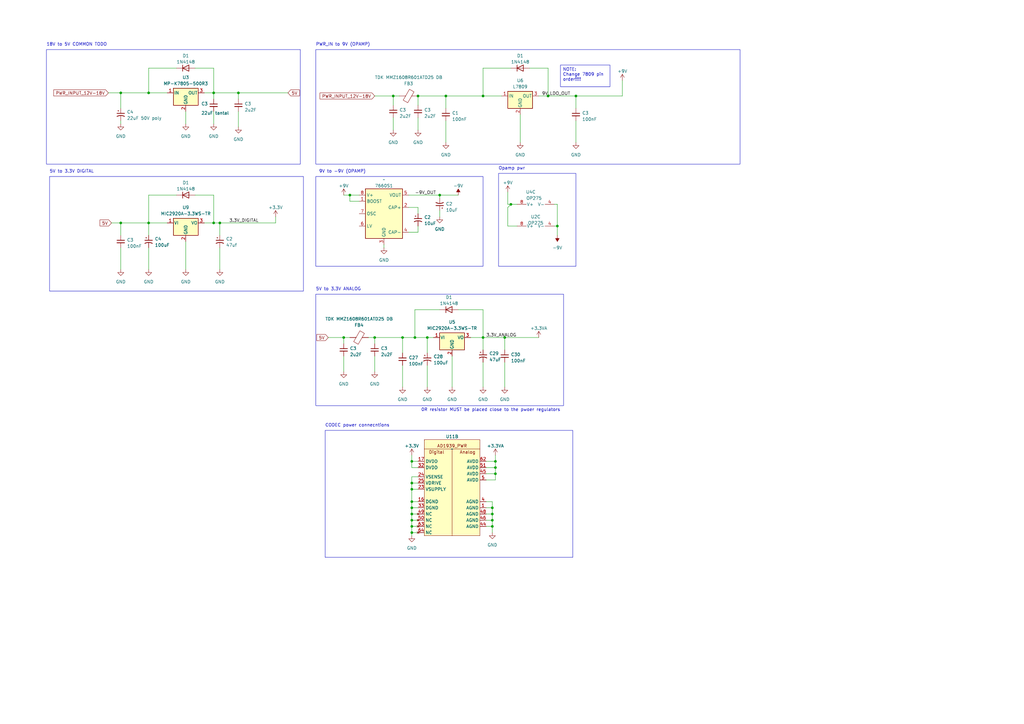
<source format=kicad_sch>
(kicad_sch (version 20230121) (generator eeschema)
  (paper "A3")
  (lib_symbols
    (symbol "Amplifier_Operational:OP275" (pin_names (offset 0.127))
      (property "Reference" "U" (at 0 5.08 0))
      (property "Value" "OP275" (at 0 -5.08 0))
      (symbol "OP275_1_1"
        (polyline (pts (xy -5.08 5.08) (xy 5.08 0) (xy -5.08 -5.08) (xy -5.08 5.08)) (stroke (width 0.254)) (fill (type background)))
        (pin output line (at 7.62 0 180) (length 2.54) (name "~") (number "1"))
        (pin input line (at -7.62 -2.54 0) (length 2.54) (name "-") (number "2"))
        (pin input line (at -7.62 2.54 0) (length 2.54) (name "+") (number "3"))
      )
      (symbol "OP275_2_1"
        (polyline (pts (xy -5.08 5.08) (xy 5.08 0) (xy -5.08 -5.08) (xy -5.08 5.08)) (stroke (width 0.254)) (fill (type background)))
        (pin input line (at -7.62 2.54 0) (length 2.54) (name "+") (number "5"))
        (pin input line (at -7.62 -2.54 0) (length 2.54) (name "-") (number "6"))
        (pin output line (at 7.62 0 180) (length 2.54) (name "~") (number "7"))
      )
      (symbol "OP275_3_1"
        (pin power_in line (at -2.54 -7.62 90) (length 3.81) (name "V-") (number "4"))
        (pin power_in line (at -2.54 7.62 270) (length 3.81) (name "V+") (number "8"))
      )
    )
    (symbol "Device:C_Polarized_Small_US" (pin_numbers hide) (pin_names (offset 0.254) hide)
      (property "Reference" "C" (at 0.254 1.778 0))
      (property "Value" "C_Polarized_Small_US" (at 0.254 -2.032 0))
      (symbol "C_Polarized_Small_US_0_1"
        (polyline (pts (xy -1.524 0.508) (xy 1.524 0.508)) (stroke (width 0.3048)))
        (polyline (pts (xy -1.27 1.524) (xy -0.762 1.524)))
        (polyline (pts (xy -1.016 1.27) (xy -1.016 1.778)))
        (arc (start 1.524 -0.762) (mid 0 -0.3734) (end -1.524 -0.762) (stroke (width 0.3048)))
      )
      (symbol "C_Polarized_Small_US_1_1"
        (pin passive line (at 0 2.54 270) (length 2.032) (name "~") (number "1"))
        (pin passive line (at 0 -2.54 90) (length 2.032) (name "~") (number "2"))
      )
    )
    (symbol "Device:C_Small" (pin_numbers hide) (pin_names (offset 0.254) hide)
      (property "Reference" "C" (at 0.254 1.778 0))
      (property "Value" "C_Small" (at 0.254 -2.032 0))
      (symbol "C_Small_0_1"
        (polyline (pts (xy -1.524 -0.508) (xy 1.524 -0.508)) (stroke (width 0.3302)))
        (polyline (pts (xy -1.524 0.508) (xy 1.524 0.508)) (stroke (width 0.3048)))
      )
      (symbol "C_Small_1_1"
        (pin passive line (at 0 2.54 270) (length 2.032) (name "~") (number "1"))
        (pin passive line (at 0 -2.54 90) (length 2.032) (name "~") (number "2"))
      )
    )
    (symbol "Device:FerriteBead" (pin_numbers hide) (pin_names (offset 0))
      (property "Reference" "FB" (at -3.81 0.635 90))
      (property "Value" "FerriteBead" (at 3.81 0 90))
      (symbol "FerriteBead_0_1"
        (polyline (pts (xy 0 -1.27) (xy 0 -1.2192)))
        (polyline (pts (xy 0 1.27) (xy 0 1.2954)))
        (polyline (pts (xy -2.7686 0.4064) (xy -1.7018 2.2606) (xy 2.7686 -0.3048) (xy 1.6764 -2.159) (xy -2.7686 0.4064)))
      )
      (symbol "FerriteBead_1_1"
        (pin passive line (at 0 3.81 270) (length 2.54) (name "~") (number "1"))
        (pin passive line (at 0 -3.81 90) (length 2.54) (name "~") (number "2"))
      )
    )
    (symbol "Diode:1N4148" (pin_numbers hide) (pin_names hide)
      (property "Reference" "D" (at 0 2.54 0))
      (property "Value" "1N4148" (at 0 -2.54 0))
      (symbol "1N4148_0_1"
        (polyline (pts (xy -1.27 1.27) (xy -1.27 -1.27)) (stroke (width 0.254)))
        (polyline (pts (xy 1.27 0) (xy -1.27 0)))
        (polyline (pts (xy 1.27 1.27) (xy 1.27 -1.27) (xy -1.27 0) (xy 1.27 1.27)) (stroke (width 0.254)))
      )
      (symbol "1N4148_1_1"
        (pin passive line (at -3.81 0 0) (length 2.54) (name "K") (number "1"))
        (pin passive line (at 3.81 0 180) (length 2.54) (name "A") (number "2"))
      )
    )
    (symbol "Regulator_Linear:L7805" (pin_names (offset 0.254))
      (property "Reference" "U" (at -3.81 3.175 0))
      (property "Value" "L7805" (at 0 3.175 0))
      (symbol "L7805_0_1"
        (rectangle (start -5.08 1.905) (end 5.08 -5.08) (stroke (width 0.254)) (fill (type background)))
      )
      (symbol "L7805_1_1"
        (pin power_in line (at -7.62 0 0) (length 2.54) (name "IN") (number "1"))
        (pin power_in line (at 0 -7.62 90) (length 2.54) (name "GND") (number "2"))
        (pin power_out line (at 7.62 0 180) (length 2.54) (name "OUT") (number "3"))
      )
    )
    (symbol "Regulator_Linear:L7809" (pin_names (offset 0.254))
      (property "Reference" "U" (at -3.81 3.175 0))
      (property "Value" "L7809" (at 0 3.175 0))
      (symbol "L7809_0_1"
        (rectangle (start -5.08 1.905) (end 5.08 -5.08) (stroke (width 0.254)) (fill (type background)))
      )
      (symbol "L7809_1_1"
        (pin power_in line (at -7.62 0 0) (length 2.54) (name "IN") (number "1"))
        (pin power_in line (at 0 -7.62 90) (length 2.54) (name "GND") (number "2"))
        (pin power_out line (at 7.62 0 180) (length 2.54) (name "OUT") (number "3"))
      )
    )
    (symbol "Regulator_Linear:LF33_TO252" (pin_names (offset 0.254))
      (property "Reference" "U" (at -3.81 3.175 0))
      (property "Value" "LF33_TO252" (at 0 3.175 0))
      (symbol "LF33_TO252_0_1"
        (rectangle (start -5.08 1.905) (end 5.08 -5.08) (stroke (width 0.254)) (fill (type background)))
      )
      (symbol "LF33_TO252_1_1"
        (pin power_in line (at -7.62 0 0) (length 2.54) (name "VI") (number "1"))
        (pin power_in line (at 0 -7.62 90) (length 2.54) (name "GND") (number "2"))
        (pin power_out line (at 7.62 0 180) (length 2.54) (name "VO") (number "3"))
      )
    )
    (symbol "codec:AD1939"
      (property "Reference" "U" (at -10.16 5.08 0))
      (symbol "AD1939_1_1"
        (rectangle (start -13.97 -93.98) (end -2.54 -100.33))
        (rectangle (start -13.97 -80.01) (end -5.08 -91.44))
        (rectangle (start -13.97 -59.69) (end -7.62 -67.31))
        (rectangle (start -13.97 -44.45) (end -6.35 -54.61))
        (rectangle (start -13.97 -25.4) (end -5.08 -38.1))
        (rectangle (start -13.97 -10.16) (end -5.08 -22.86))
        (rectangle (start -13.97 -2.54) (end 29.21 -102.87) (fill (type background)))
        (polyline (pts (xy -13.97 -6.35) (xy 29.21 -6.35)))
        (polyline (pts (xy 7.62 -6.35) (xy 7.62 -102.87)))
        (polyline (pts (xy -6.35 -44.45) (xy 1.27 -44.45) (xy 1.27 -54.61) (xy -6.35 -54.61)))
        (polyline (pts (xy 29.21 -80.01) (xy 20.32 -80.01) (xy 20.32 -96.52) (xy 29.21 -96.52)))
        (rectangle (start 22.86 -48.26) (end 29.21 -58.42))
        (rectangle (start 22.86 -35.56) (end 29.21 -45.72))
        (rectangle (start 22.86 -22.86) (end 29.21 -33.02))
        (rectangle (start 22.86 -10.16) (end 29.21 -20.32))
        (text "/CS" (at -2.54 -45.72 0) (effects (font (size 1.27 1.27))))
        (text "AD1939" (at 7.62 -5.08 0) (effects (font (size 1.27 1.27))))
        (text "ADC DATA" (at 0 -81.28 0) (effects (font (size 1.27 1.27))))
        (text "ADC1\n" (at -2.54 -11.43 0) (effects (font (size 1.27 1.27))))
        (text "ADC2\n" (at -2.54 -26.67 0) (effects (font (size 1.27 1.27))))
        (text "CLOCK" (at -2.54 -48.26 0) (effects (font (size 1.27 1.27))))
        (text "DAC DATA" (at 15.24 -81.28 0) (effects (font (size 1.27 1.27))))
        (text "DAC1\n" (at 20.32 -11.43 0) (effects (font (size 1.27 1.27))))
        (text "DAC2\n\n" (at 20.32 -25.4 0) (effects (font (size 1.27 1.27))))
        (text "DAC3\n" (at 20.32 -36.83 0) (effects (font (size 1.27 1.27))))
        (text "DAC4\n" (at 20.32 -49.53 0) (effects (font (size 1.27 1.27))))
        (text "MISO" (at -2.54 -53.34 0) (effects (font (size 1.27 1.27))))
        (text "MOSI" (at -2.54 -50.8 0) (effects (font (size 1.27 1.27))))
        (text "OSC" (at 0 -95.25 0) (effects (font (size 1.27 1.27))))
        (text "PLL Filter" (at -2.7837 -60.9893 0) (effects (font (size 1.27 1.27))))
        (text "SPI\n" (at 3.81 -45.72 0) (effects (font (size 1.27 1.27))))
        (pin output line (at 31.75 -57.15 180) (length 2.54) (name "OL4P") (number "10"))
        (pin output line (at 31.75 -54.61 180) (length 2.54) (name "OL4N") (number "11"))
        (pin output line (at 31.75 -52.07 180) (length 2.54) (name "OR4P") (number "12"))
        (pin output line (at 31.75 -49.53 180) (length 2.54) (name "OR4N") (number "13"))
        (pin input line (at -16.51 -74.93 0) (length 2.54) (name "PD/RST") (number "14"))
        (pin bidirectional line (at 31.75 -87.63 180) (length 2.54) (name "DSDATA4") (number "15"))
        (pin bidirectional line (at 31.75 -90.17 180) (length 2.54) (name "DADATA3") (number "18"))
        (pin bidirectional line (at 31.75 -92.71 180) (length 2.54) (name "DSDATA2") (number "19"))
        (pin input line (at -16.51 -95.25 0) (length 2.54) (name "MCLKI/XI") (number "2"))
        (pin input line (at 31.75 -95.25 180) (length 2.54) (name "DSDATA1") (number "20"))
        (pin bidirectional line (at 31.75 -83.82 180) (length 2.54) (name "DBCLK") (number "21"))
        (pin bidirectional line (at 31.75 -81.28 180) (length 2.54) (name "DLRCLK") (number "22"))
        (pin bidirectional line (at -16.51 -90.17 0) (length 2.54) (name "ASDATA2") (number "26"))
        (pin output line (at -16.51 -87.63 0) (length 2.54) (name "ASDATA1") (number "27"))
        (pin bidirectional line (at -16.51 -83.82 0) (length 2.54) (name "ABCLK") (number "28"))
        (pin bidirectional line (at -16.51 -81.28 0) (length 2.54) (name "ALRCLK") (number "29"))
        (pin output line (at -16.51 -99.06 0) (length 2.54) (name "MCLKO/XO") (number "3"))
        (pin input line (at -16.51 -50.8 0) (length 2.54) (name "CIN") (number "30"))
        (pin bidirectional line (at -16.51 -53.34 0) (length 2.54) (name "COUT") (number "31"))
        (pin input line (at -16.51 -48.26 0) (length 2.54) (name "CCLK") (number "34"))
        (pin input line (at -16.51 -45.72 0) (length 2.54) (name "CLATCH") (number "35"))
        (pin output line (at 31.75 -19.05 180) (length 2.54) (name "OL1P") (number "36"))
        (pin output line (at 31.75 -16.51 180) (length 2.54) (name "OL1N") (number "37"))
        (pin output line (at 31.75 -13.97 180) (length 2.54) (name "OR1P") (number "38"))
        (pin output line (at 31.75 -11.43 180) (length 2.54) (name "OR1N") (number "39"))
        (pin output line (at 31.75 -31.75 180) (length 2.54) (name "OL2P") (number "40"))
        (pin output line (at 31.75 -29.21 180) (length 2.54) (name "OL2N") (number "41"))
        (pin output line (at 31.75 -26.67 180) (length 2.54) (name "OR2P") (number "42"))
        (pin output line (at 31.75 -24.13 180) (length 2.54) (name "OR2N") (number "43"))
        (pin output line (at -16.51 -60.96 0) (length 2.54) (name "FILTR") (number "47"))
        (pin output line (at -16.51 -66.04 0) (length 2.54) (name "CM") (number "52"))
        (pin input line (at -16.51 -12.7 0) (length 2.54) (name "ADC1LP") (number "53"))
        (pin input line (at -16.51 -15.24 0) (length 2.54) (name "ADC1LN") (number "54"))
        (pin input line (at -16.51 -17.78 0) (length 2.54) (name "ADC1RP") (number "55"))
        (pin input line (at -16.51 -20.32 0) (length 2.54) (name "ADC1RN") (number "56"))
        (pin input line (at -16.51 -27.94 0) (length 2.54) (name "ADC2LP") (number "57"))
        (pin input line (at -16.51 -30.48 0) (length 2.54) (name "ADC2LN") (number "58"))
        (pin input line (at -16.51 -33.02 0) (length 2.54) (name "ADC2RP") (number "59"))
        (pin output line (at 31.75 -44.45 180) (length 2.54) (name "OL3P") (number "6"))
        (pin input line (at -16.51 -35.56 0) (length 2.54) (name "ADC2RN") (number "60"))
        (pin output line (at -16.51 -63.5 0) (length 2.54) (name "LF") (number "61"))
        (pin output line (at 31.75 -41.91 180) (length 2.54) (name "OL3N") (number "7"))
        (pin output line (at 31.75 -39.37 180) (length 2.54) (name "OR3P") (number "8"))
        (pin output line (at 31.75 -36.83 180) (length 2.54) (name "OR3N") (number "9"))
      )
      (symbol "AD1939_2_1"
        (rectangle (start -11.43 3.81) (end 11.43 -35.56) (fill (type background)))
        (polyline (pts (xy -11.43 0) (xy 11.43 0)))
        (polyline (pts (xy 0 0) (xy 0 -35.56)))
        (text "AD1939_PWR\n" (at 0 1.27 0) (effects (font (size 1.27 1.27))))
        (text "Analog" (at 6.35 -1.27 0) (effects (font (size 1.27 1.27))))
        (text "Digital\n" (at -6.35 -1.27 0) (effects (font (size 1.27 1.27))))
        (pin input line (at 13.97 -24.13 180) (length 2.54) (name "AGND") (number "1"))
        (pin input line (at -13.97 -21.59 0) (length 2.54) (name "DGND") (number "16"))
        (pin input line (at -13.97 -5.08 0) (length 2.54) (name "DVDD") (number "17"))
        (pin input line (at -13.97 -16.51 0) (length 2.54) (name "VSUPPLY") (number "23"))
        (pin input line (at -13.97 -11.43 0) (length 2.54) (name "VSENSE") (number "24"))
        (pin output line (at -13.97 -13.97 0) (length 2.54) (name "VDRIVE") (number "25"))
        (pin input line (at -13.97 -7.62 0) (length 2.54) (name "DVDD") (number "32"))
        (pin input line (at -13.97 -24.13 0) (length 2.54) (name "DGND") (number "33"))
        (pin input line (at 13.97 -21.59 180) (length 2.54) (name "AGND") (number "4"))
        (pin input line (at 13.97 -31.75 180) (length 2.54) (name "AGND") (number "44"))
        (pin input line (at 13.97 -10.16 180) (length 2.54) (name "AVDD") (number "45"))
        (pin input line (at 13.97 -29.21 180) (length 2.54) (name "AGND") (number "46"))
        (pin input line (at 13.97 -26.67 180) (length 2.54) (name "AGND") (number "48"))
        (pin no_connect line (at -13.97 -26.67 0) (length 2.54) (name "NC") (number "49"))
        (pin input line (at 13.97 -12.7 180) (length 2.54) (name "AVDD") (number "5"))
        (pin no_connect line (at -13.97 -29.21 0) (length 2.54) (name "NC") (number "50"))
        (pin input line (at 13.97 -7.62 180) (length 2.54) (name "AVDD") (number "51"))
        (pin input line (at 13.97 -5.08 180) (length 2.54) (name "AVDD") (number "62"))
        (pin no_connect line (at -13.97 -31.75 0) (length 2.54) (name "NC") (number "63"))
        (pin no_connect line (at -13.97 -34.29 0) (length 2.54) (name "NC") (number "64"))
      )
    )
    (symbol "power:+3.3V" (power) (pin_names (offset 0))
      (property "Value" "+3.3V" (at 0 3.556 0))
      (symbol "+3.3V_0_1"
        (polyline (pts (xy -0.762 1.27) (xy 0 2.54)))
        (polyline (pts (xy 0 0) (xy 0 2.54)))
        (polyline (pts (xy 0 2.54) (xy 0.762 1.27)))
      )
      (symbol "+3.3V_1_1"
        (pin power_in line (at 0 0 90) (length 0) hide (name "+3.3V") (number "1"))
      )
    )
    (symbol "power:+3.3VA" (power) (pin_names (offset 0))
      (property "Value" "+3.3VA" (at 0 3.556 0))
      (symbol "+3.3VA_0_1"
        (polyline (pts (xy -0.762 1.27) (xy 0 2.54)))
        (polyline (pts (xy 0 0) (xy 0 2.54)))
        (polyline (pts (xy 0 2.54) (xy 0.762 1.27)))
      )
      (symbol "+3.3VA_1_1"
        (pin power_in line (at 0 0 90) (length 0) hide (name "+3.3VA") (number "1"))
      )
    )
    (symbol "power:+9V" (power) (pin_names (offset 0))
      (property "Value" "+9V" (at 0 3.556 0))
      (symbol "+9V_0_1"
        (polyline (pts (xy -0.762 1.27) (xy 0 2.54)))
        (polyline (pts (xy 0 0) (xy 0 2.54)))
        (polyline (pts (xy 0 2.54) (xy 0.762 1.27)))
      )
      (symbol "+9V_1_1"
        (pin power_in line (at 0 0 90) (length 0) hide (name "+9V") (number "1"))
      )
    )
    (symbol "power:-9V" (power) (pin_names (offset 0))
      (property "Value" "-9V" (at 0 3.81 0))
      (symbol "-9V_0_1"
        (polyline (pts (xy 0 0) (xy 0 2.54)))
        (polyline (pts (xy 0.762 1.27) (xy -0.762 1.27) (xy 0 2.54) (xy 0.762 1.27)) (fill (type outline)))
      )
      (symbol "-9V_1_1"
        (pin power_in line (at 0 0 90) (length 0) hide (name "-9V") (number "1"))
      )
    )
    (symbol "power:GND" (power) (pin_names (offset 0))
      (property "Value" "GND" (at 0 -3.81 0))
      (symbol "GND_0_1"
        (polyline (pts (xy 0 0) (xy 0 -1.27) (xy 1.27 -1.27) (xy 0 -2.54) (xy -1.27 -1.27) (xy 0 -1.27)))
      )
      (symbol "GND_1_1"
        (pin power_in line (at 0 0 270) (length 0) hide (name "GND") (number "1"))
      )
    )
    (symbol "stm_audio:7660S"
      (property "Reference" "7660S" (at 0 0 0))
      (symbol "7660S_0_1"
        (rectangle (start -7.62 -3.81) (end 7.62 -24.13) (stroke (width 0.254)) (fill (type background)))
      )
      (symbol "7660S_1_1"
        (pin input line (at -10.16 -8.89 0) (length 2.54) (name "BOOST") (number "1"))
        (pin input line (at 10.16 -11.43 180) (length 2.54) (name "CAP+") (number "2"))
        (pin power_in line (at 0 -26.67 90) (length 2.54) (name "GND") (number "3"))
        (pin input line (at 10.16 -21.59 180) (length 2.54) (name "CAP-") (number "4"))
        (pin power_out line (at 10.16 -6.35 180) (length 2.54) (name "VOUT") (number "5"))
        (pin input line (at -10.16 -19.05 0) (length 2.54) (name "LV") (number "6"))
        (pin input line (at -10.16 -13.97 0) (length 2.54) (name "OSC") (number "7"))
        (pin power_in line (at -10.16 -6.35 0) (length 2.54) (name "V+") (number "8"))
      )
    )
  )
  (junction (at 143.51 80.01))
  (junction (at 90.17 91.44))
  (junction (at 201.93 208.28))
  (junction (at 201.93 215.9))
  (junction (at 203.2 194.31))
  (junction (at 140.97 138.43))
  (junction (at 161.29 39.37))
  (junction (at 153.67 138.43))
  (junction (at 201.93 213.36))
  (junction (at 203.2 189.23))
  (junction (at 49.53 91.44))
  (junction (at 180.34 80.01))
  (junction (at 207.01 138.43))
  (junction (at 209.55 83.82))
  (junction (at 168.91 198.12))
  (junction (at 49.53 38.1))
  (junction (at 165.1 138.43))
  (junction (at 203.2 191.77))
  (junction (at 168.91 213.36))
  (junction (at 224.79 39.37))
  (junction (at 168.91 218.44))
  (junction (at 175.26 138.43))
  (junction (at 168.91 189.23))
  (junction (at 201.93 210.82))
  (junction (at 182.88 39.37))
  (junction (at 171.45 39.37))
  (junction (at 87.63 38.1))
  (junction (at 97.79 38.1))
  (junction (at 168.91 215.9))
  (junction (at 236.22 39.37))
  (junction (at 170.18 138.43))
  (junction (at 60.96 38.1))
  (junction (at 198.12 39.37))
  (junction (at 60.96 91.44))
  (junction (at 198.12 138.43))
  (junction (at 87.63 91.44))
  (junction (at 168.91 205.74))
  (junction (at 168.91 208.28))
  (junction (at 228.6 92.71))
  (junction (at 168.91 210.82))
  (junction (at 168.91 200.66))
  (wire (pts (xy 97.79 52.07) (xy 97.79 45.72)))
  (wire (pts (xy 168.91 198.12) (xy 168.91 200.66)))
  (wire (pts (xy 76.2 45.72) (xy 76.2 50.8)))
  (wire (pts (xy 60.96 101.6) (xy 60.96 110.49)))
  (wire (pts (xy 209.55 83.82) (xy 212.09 83.82)))
  (wire (pts (xy 175.26 138.43) (xy 177.8 138.43)))
  (wire (pts (xy 168.91 215.9) (xy 168.91 218.44)))
  (wire (pts (xy 208.28 78.74) (xy 208.28 83.82)))
  (wire (pts (xy 87.63 80.01) (xy 87.63 91.44)))
  (wire (pts (xy 49.53 49.53) (xy 49.53 50.8)))
  (wire (pts (xy 199.39 208.28) (xy 201.93 208.28)))
  (wire (pts (xy 165.1 138.43) (xy 165.1 144.78)))
  (wire (pts (xy 182.88 49.53) (xy 182.88 58.42)))
  (wire (pts (xy 180.34 86.36) (xy 180.34 88.9)))
  (wire (pts (xy 171.45 39.37) (xy 171.45 43.18)))
  (wire (pts (xy 153.67 138.43) (xy 153.67 140.97)))
  (wire (pts (xy 171.45 213.36) (xy 168.91 213.36)))
  (wire (pts (xy 60.96 91.44) (xy 60.96 96.52)))
  (wire (pts (xy 87.63 45.72) (xy 87.63 50.8)))
  (wire (pts (xy 171.45 218.44) (xy 168.91 218.44)))
  (wire (pts (xy 208.28 92.71) (xy 208.28 85.09)))
  (wire (pts (xy 198.12 27.94) (xy 198.12 39.37)))
  (wire (pts (xy 198.12 143.51) (xy 198.12 138.43)))
  (wire (pts (xy 90.17 96.52) (xy 90.17 91.44)))
  (wire (pts (xy 198.12 148.59) (xy 198.12 158.75)))
  (wire (pts (xy 182.88 39.37) (xy 171.45 39.37)))
  (wire (pts (xy 180.34 127) (xy 170.18 127)))
  (wire (pts (xy 207.01 143.51) (xy 207.01 138.43)))
  (wire (pts (xy 207.01 138.43) (xy 220.98 138.43)))
  (wire (pts (xy 60.96 91.44) (xy 68.58 91.44)))
  (wire (pts (xy 171.45 208.28) (xy 168.91 208.28)))
  (wire (pts (xy 180.34 80.01) (xy 180.34 81.28)))
  (wire (pts (xy 201.93 210.82) (xy 201.93 213.36)))
  (wire (pts (xy 163.83 39.37) (xy 161.29 39.37)))
  (wire (pts (xy 208.28 83.82) (xy 209.55 83.82)))
  (wire (pts (xy 134.62 138.43) (xy 140.97 138.43)))
  (wire (pts (xy 228.6 92.71) (xy 228.6 83.82)))
  (wire (pts (xy 175.26 149.86) (xy 175.26 158.75)))
  (wire (pts (xy 198.12 27.94) (xy 209.55 27.94)))
  (wire (pts (xy 44.45 38.1) (xy 49.53 38.1)))
  (wire (pts (xy 199.39 194.31) (xy 203.2 194.31)))
  (wire (pts (xy 168.91 208.28) (xy 168.91 210.82)))
  (wire (pts (xy 161.29 39.37) (xy 161.29 43.18)))
  (wire (pts (xy 208.28 85.09) (xy 209.55 83.82)))
  (wire (pts (xy 76.2 99.06) (xy 76.2 110.49)))
  (wire (pts (xy 87.63 27.94) (xy 87.63 38.1)))
  (wire (pts (xy 90.17 91.44) (xy 113.03 91.44)))
  (wire (pts (xy 143.51 80.01) (xy 143.51 82.55)))
  (wire (pts (xy 87.63 38.1) (xy 97.79 38.1)))
  (wire (pts (xy 165.1 138.43) (xy 170.18 138.43)))
  (wire (pts (xy 140.97 138.43) (xy 140.97 140.97)))
  (wire (pts (xy 198.12 39.37) (xy 205.74 39.37)))
  (wire (pts (xy 182.88 39.37) (xy 182.88 44.45)))
  (wire (pts (xy 171.45 48.26) (xy 171.45 53.34)))
  (wire (pts (xy 72.39 27.94) (xy 60.96 27.94)))
  (wire (pts (xy 224.79 39.37) (xy 236.22 39.37)))
  (wire (pts (xy 199.39 213.36) (xy 201.93 213.36)))
  (wire (pts (xy 170.18 138.43) (xy 175.26 138.43)))
  (wire (pts (xy 185.42 146.05) (xy 185.42 158.75)))
  (wire (pts (xy 80.01 27.94) (xy 87.63 27.94)))
  (wire (pts (xy 199.39 196.85) (xy 203.2 196.85)))
  (wire (pts (xy 203.2 194.31) (xy 203.2 196.85)))
  (wire (pts (xy 171.45 85.09) (xy 171.45 87.63)))
  (wire (pts (xy 49.53 38.1) (xy 49.53 44.45)))
  (wire (pts (xy 171.45 191.77) (xy 168.91 191.77)))
  (wire (pts (xy 208.28 92.71) (xy 212.09 92.71)))
  (wire (pts (xy 87.63 38.1) (xy 83.82 38.1)))
  (wire (pts (xy 153.67 152.4) (xy 153.67 146.05)))
  (wire (pts (xy 97.79 38.1) (xy 118.11 38.1)))
  (wire (pts (xy 153.67 138.43) (xy 165.1 138.43)))
  (wire (pts (xy 203.2 189.23) (xy 203.2 191.77)))
  (wire (pts (xy 143.51 82.55) (xy 147.32 82.55)))
  (wire (pts (xy 187.96 127) (xy 198.12 127)))
  (wire (pts (xy 198.12 138.43) (xy 207.01 138.43)))
  (wire (pts (xy 49.53 91.44) (xy 60.96 91.44)))
  (wire (pts (xy 193.04 138.43) (xy 198.12 138.43)))
  (wire (pts (xy 255.27 33.02) (xy 255.27 39.37)))
  (wire (pts (xy 170.18 127) (xy 170.18 138.43)))
  (wire (pts (xy 217.17 27.94) (xy 224.79 27.94)))
  (wire (pts (xy 60.96 38.1) (xy 68.58 38.1)))
  (wire (pts (xy 87.63 91.44) (xy 90.17 91.44)))
  (wire (pts (xy 171.45 195.58) (xy 168.91 195.58)))
  (wire (pts (xy 198.12 127) (xy 198.12 138.43)))
  (wire (pts (xy 168.91 213.36) (xy 168.91 215.9)))
  (wire (pts (xy 90.17 101.6) (xy 90.17 110.49)))
  (wire (pts (xy 168.91 189.23) (xy 168.91 191.77)))
  (wire (pts (xy 167.64 80.01) (xy 180.34 80.01)))
  (wire (pts (xy 228.6 92.71) (xy 227.33 92.71)))
  (wire (pts (xy 113.03 88.9) (xy 113.03 91.44)))
  (wire (pts (xy 143.51 80.01) (xy 147.32 80.01)))
  (wire (pts (xy 199.39 189.23) (xy 203.2 189.23)))
  (wire (pts (xy 45.72 91.44) (xy 49.53 91.44)))
  (wire (pts (xy 168.91 205.74) (xy 168.91 208.28)))
  (wire (pts (xy 161.29 48.26) (xy 161.29 53.34)))
  (wire (pts (xy 236.22 44.45) (xy 236.22 39.37)))
  (wire (pts (xy 228.6 92.71) (xy 228.6 96.52)))
  (wire (pts (xy 161.29 39.37) (xy 153.67 39.37)))
  (wire (pts (xy 201.93 208.28) (xy 201.93 210.82)))
  (wire (pts (xy 80.01 80.01) (xy 87.63 80.01)))
  (wire (pts (xy 60.96 80.01) (xy 72.39 80.01)))
  (wire (pts (xy 168.91 195.58) (xy 168.91 198.12)))
  (wire (pts (xy 140.97 152.4) (xy 140.97 146.05)))
  (wire (pts (xy 171.45 198.12) (xy 168.91 198.12)))
  (wire (pts (xy 168.91 210.82) (xy 168.91 213.36)))
  (wire (pts (xy 87.63 40.64) (xy 87.63 38.1)))
  (wire (pts (xy 199.39 215.9) (xy 201.93 215.9)))
  (wire (pts (xy 203.2 191.77) (xy 203.2 194.31)))
  (wire (pts (xy 167.64 95.25) (xy 171.45 95.25)))
  (wire (pts (xy 168.91 189.23) (xy 171.45 189.23)))
  (wire (pts (xy 168.91 186.69) (xy 168.91 189.23)))
  (wire (pts (xy 171.45 200.66) (xy 168.91 200.66)))
  (wire (pts (xy 175.26 138.43) (xy 175.26 144.78)))
  (wire (pts (xy 171.45 210.82) (xy 168.91 210.82)))
  (wire (pts (xy 236.22 49.53) (xy 236.22 58.42)))
  (wire (pts (xy 168.91 200.66) (xy 168.91 205.74)))
  (wire (pts (xy 213.36 46.99) (xy 213.36 58.42)))
  (wire (pts (xy 201.93 205.74) (xy 201.93 208.28)))
  (wire (pts (xy 220.98 39.37) (xy 224.79 39.37)))
  (wire (pts (xy 167.64 85.09) (xy 171.45 85.09)))
  (wire (pts (xy 168.91 218.44) (xy 168.91 219.71)))
  (wire (pts (xy 182.88 39.37) (xy 198.12 39.37)))
  (wire (pts (xy 140.97 80.01) (xy 143.51 80.01)))
  (wire (pts (xy 165.1 149.86) (xy 165.1 158.75)))
  (wire (pts (xy 97.79 38.1) (xy 97.79 40.64)))
  (wire (pts (xy 228.6 83.82) (xy 227.33 83.82)))
  (wire (pts (xy 140.97 138.43) (xy 143.51 138.43)))
  (wire (pts (xy 199.39 191.77) (xy 203.2 191.77)))
  (wire (pts (xy 151.13 138.43) (xy 153.67 138.43)))
  (wire (pts (xy 224.79 27.94) (xy 224.79 39.37)))
  (wire (pts (xy 49.53 101.6) (xy 49.53 110.49)))
  (wire (pts (xy 49.53 38.1) (xy 60.96 38.1)))
  (wire (pts (xy 60.96 27.94) (xy 60.96 38.1)))
  (wire (pts (xy 49.53 91.44) (xy 49.53 96.52)))
  (wire (pts (xy 157.48 101.6) (xy 157.48 100.33)))
  (wire (pts (xy 180.34 80.01) (xy 187.96 80.01)))
  (wire (pts (xy 203.2 186.69) (xy 203.2 189.23)))
  (wire (pts (xy 199.39 205.74) (xy 201.93 205.74)))
  (wire (pts (xy 171.45 215.9) (xy 168.91 215.9)))
  (wire (pts (xy 236.22 39.37) (xy 255.27 39.37)))
  (wire (pts (xy 207.01 148.59) (xy 207.01 158.75)))
  (wire (pts (xy 199.39 210.82) (xy 201.93 210.82)))
  (wire (pts (xy 171.45 205.74) (xy 168.91 205.74)))
  (wire (pts (xy 201.93 213.36) (xy 201.93 215.9)))
  (wire (pts (xy 83.82 91.44) (xy 87.63 91.44)))
  (wire (pts (xy 60.96 80.01) (xy 60.96 91.44)))
  (wire (pts (xy 171.45 92.71) (xy 171.45 95.25)))
  (wire (pts (xy 201.93 215.9) (xy 201.93 218.44)))
  (rectangle (start 133.35 176.53) (end 234.95 228.6))
  (rectangle (start 20.32 72.39) (end 124.46 119.38))
  (rectangle (start 129.54 20.32) (end 303.53 67.31))
  (rectangle (start 129.54 120.65) (end 231.14 166.37))
  (rectangle (start 204.47 71.12) (end 236.22 109.22))
  (rectangle (start 129.54 72.39) (end 198.12 109.22))
  (rectangle (start 19.05 20.32) (end 123.19 67.31))
  (text_box "NOTE:\nChange 7809 pin order!!!!\n" (at 229.87 26.67 0) (size 20.32 8.89) (effects (font (size 1.27 1.27)) (justify left top)))
  (text "5V to 3.3V DIGITAL\n" (at 20.32 71.12 0) (effects (font (size 1.27 1.27)) (justify left bottom)))
  (text "CODEC power connecntions\n" (at 133.35 175.26 0) (effects (font (size 1.27 1.27)) (justify left bottom)))
  (text "Opamp pwr\n" (at 204.47 69.85 0) (effects (font (size 1.27 1.27)) (justify left bottom)))
  (text "0R resistor MUST be placed close to the pwoer regulators\n" (at 172.72 168.91 0) (effects (font (size 1.27 1.27)) (justify left bottom)))
  (text "5V to 3.3V ANALOG\n" (at 129.54 119.38 0) (effects (font (size 1.27 1.27)) (justify left bottom)))
  (text "9V to -9V (OPAMP)\n" (at 130.81 71.12 0) (effects (font (size 1.27 1.27)) (justify left bottom)))
  (text "PWR_IN to 9V (OPAMP)\n" (at 129.54 19.05 0) (effects (font (size 1.27 1.27)) (justify left bottom)))
  (text "18V to 5V COMMON TODO\n" (at 19.05 19.05 0) (effects (font (size 1.27 1.27)) (justify left bottom)))
  (label "9V_LDO_OUT" (at 222.25 39.37 0))
  (label "3.3V_ANALOG" (at 199.39 138.43 0))
  (label "3.3V_DIGITAL" (at 93.98 91.44 0))
  (label "-9V_OUT" (at 170.18 80.01 0))
  (global_label "5V" (shape input) (at 45.72 91.44 180) (property "Intersheetrefs" "${INTERSHEET_REFS}" (effects hide)))
  (global_label "PWR_INPUT_12V-18V" (shape input) (at 44.45 38.1 180) (property "Intersheetrefs" "${INTERSHEET_REFS}" (effects hide)))
  (global_label "PWR_INPUT_12V-18V" (shape input) (at 153.67 39.37 180) (property "Intersheetrefs" "${INTERSHEET_REFS}" (effects hide)))
  (global_label "5V" (shape input) (at 134.62 138.43 180) (property "Intersheetrefs" "${INTERSHEET_REFS}" (effects hide)))
  (global_label "5V" (shape input) (at 118.11 38.1 0) (property "Intersheetrefs" "${INTERSHEET_REFS}" (effects hide)))
  (symbol (lib_id "Device:C_Small") (at 49.53 99.06 0) (unit 1)
    (property "Reference" "C3" (at 52.07 98.4313 0) (effects (justify left)))
    (property "Value" "100nF" (at 52.07 100.9713 0) (effects (justify left)))
    (property "Footprint" "Capacitor_SMD:C_0603_1608Metric_Pad1.08x0.95mm_HandSolder" (effects hide))
    (instances (project "stm_audio_board_V3" (path "" (reference "C3") (unit 1)) (path "" (reference "C102") (unit 1))))
  )
  (symbol (lib_id "power:GND") (at 175.26 158.75 0) (unit 1)
    (property "Reference" "#PWR02" (effects hide))
    (property "Value" "GND" (at 175.26 163.83 0))
    (instances (project "stm_audio_board_V3" (path "" (reference "#PWR02") (unit 1)) (path "" (reference "#PWR023") (unit 1))))
  )
  (symbol (lib_id "Regulator_Linear:L7805") (at 76.2 38.1 0) (unit 1)
    (property "Reference" "U3" (at 76.2 31.75 0))
    (property "Value" "MP-K7805-500R3" (at 76.2 34.29 0))
    (property "Footprint" "Package_TO_SOT_THT:TO-220-3_Vertical" (effects hide))
    (property "Datasheet" "http://www.st.com/content/ccc/resource/technical/document/datasheet/41/4f/b3/b0/12/d4/47/88/CD00000444.pdf/files/CD00000444.pdf/jcr:content/translations/en.CD00000444.pdf" (effects hide))
  )
  (symbol (lib_id "Regulator_Linear:LF33_TO252") (at 76.2 91.44 0) (unit 1)
    (property "Reference" "U9" (at 76.2 85.09 0))
    (property "Value" "MIC2920A-3.3WS-TR" (at 76.2 87.63 0))
    (property "Footprint" "Package_TO_SOT_SMD:SOT-223-3_TabPin2" (effects hide))
    (property "Datasheet" "https://hu.farnell.com/microchip/mic2920a-3-3ws-tr/ldo-reg-26vin-0-4a-3-3v-3sot223/dp/2510013" (effects hide))
  )
  (symbol (lib_id "Diode:1N4148") (at 184.15 127 0) (unit 1)
    (property "Reference" "D1" (at 184.15 121.92 0))
    (property "Value" "1N4148" (at 184.15 124.46 0))
    (property "Footprint" "Diode_SMD:D_1206_3216Metric_Pad1.42x1.75mm_HandSolder" (effects hide))
    (property "Datasheet" "https://assets.nexperia.com/documents/data-sheet/1N4148_1N4448.pdf" (effects hide))
    (property "Sim.Device" "D" (effects hide))
    (property "Sim.Pins" "1=K 2=A" (effects hide))
    (instances (project "stm_audio_board_V3" (path "" (reference "D1") (unit 1)) (path "" (reference "D2") (unit 1))))
  )
  (symbol (lib_id "power:-9V") (at 228.6 96.52 180) (unit 1)
    (property "Reference" "#PWR020" (effects hide))
    (property "Value" "-9V" (at 228.6 101.6 0))
  )
  (symbol (lib_id "power:GND") (at 161.29 53.34 0) (unit 1)
    (property "Reference" "#PWR03" (effects hide))
    (property "Value" "GND" (at 161.29 58.42 0))
    (instances (project "stm_audio_board_V3" (path "" (reference "#PWR03") (unit 1)) (path "" (reference "#PWR091") (unit 1))))
  )
  (symbol (lib_id "power:+9V") (at 140.97 80.01 0) (unit 1)
    (property "Reference" "#PWR077" (effects hide))
    (property "Value" "+9V" (at 140.97 76.2 0))
  )
  (symbol (lib_id "power:GND") (at 49.53 50.8 0) (unit 1)
    (property "Reference" "#PWR03" (effects hide))
    (property "Value" "GND" (at 49.53 55.88 0))
    (instances (project "stm_audio_board_V3" (path "" (reference "#PWR03") (unit 1)) (path "" (reference "#PWR08") (unit 1))))
  )
  (symbol (lib_id "Device:C_Small") (at 182.88 46.99 0) (unit 1)
    (property "Reference" "C1" (at 185.42 46.3613 0) (effects (justify left)))
    (property "Value" "100nF " (at 185.42 48.9013 0) (effects (justify left)))
    (property "Footprint" "Capacitor_SMD:C_0603_1608Metric_Pad1.08x0.95mm_HandSolder" (effects hide))
    (instances (project "stm_audio_board_V3" (path "" (reference "C1") (unit 1)) (path "" (reference "C48") (unit 1))))
  )
  (symbol (lib_id "Amplifier_Operational:OP275") (at 219.71 81.28 90) (unit 3)
    (property "Reference" "U4" (at 219.71 78.74 90) (effects (justify left)))
    (property "Value" "OP275" (at 222.25 81.28 90) (effects (justify left)))
    (property "Footprint" "Package_SO:SSOP-8_3.9x5.05mm_P1.27mm" (effects hide))
    (property "Datasheet" "https://www.analog.com/media/en/technical-documentation/data-sheets/OP275.pdf" (effects hide))
  )
  (symbol (lib_id "power:GND") (at 76.2 110.49 0) (unit 1)
    (property "Reference" "#PWR03" (effects hide))
    (property "Value" "GND" (at 76.2 115.57 0))
    (instances (project "stm_audio_board_V3" (path "" (reference "#PWR03") (unit 1)) (path "" (reference "#PWR067") (unit 1))))
  )
  (symbol (lib_id "Device:C_Small") (at 161.29 45.72 0) (unit 1)
    (property "Reference" "C3" (at 163.83 45.0913 0) (effects (justify left)))
    (property "Value" "2u2F" (at 163.83 47.6313 0) (effects (justify left)))
    (property "Footprint" "Capacitor_SMD:C_0805_2012Metric_Pad1.18x1.45mm_HandSolder" (effects hide))
    (property "Datasheet" "https://www.hestore.hu/prod_10034474.html" (effects hide))
    (instances (project "stm_audio_board_V3" (path "" (reference "C3") (unit 1)) (path "" (reference "C69") (unit 1))))
  )
  (symbol (lib_id "Device:C_Small") (at 207.01 146.05 0) (unit 1)
    (property "Reference" "C30" (at 209.55 145.4213 0) (effects (justify left)))
    (property "Value" "100nF" (at 209.55 147.9613 0) (effects (justify left)))
    (property "Footprint" "Capacitor_SMD:C_0603_1608Metric_Pad1.08x0.95mm_HandSolder" (effects hide))
  )
  (symbol (lib_id "power:GND") (at 236.22 58.42 0) (unit 1)
    (property "Reference" "#PWR03" (effects hide))
    (property "Value" "GND" (at 236.22 63.5 0))
    (instances (project "stm_audio_board_V3" (path "" (reference "#PWR03") (unit 1)) (path "" (reference "#PWR047") (unit 1))))
  )
  (symbol (lib_id "Diode:1N4148") (at 76.2 27.94 0) (unit 1)
    (property "Reference" "D1" (at 76.2 22.86 0))
    (property "Value" "1N4148" (at 76.2 25.4 0))
    (property "Footprint" "Diode_SMD:D_1206_3216Metric_Pad1.42x1.75mm_HandSolder" (effects hide))
    (property "Datasheet" "https://assets.nexperia.com/documents/data-sheet/1N4148_1N4448.pdf" (effects hide))
    (property "Sim.Device" "D" (effects hide))
    (property "Sim.Pins" "1=K 2=A" (effects hide))
  )
  (symbol (lib_id "power:GND") (at 76.2 50.8 0) (unit 1)
    (property "Reference" "#PWR03" (effects hide))
    (property "Value" "GND" (at 76.2 55.88 0))
    (instances (project "stm_audio_board_V3" (path "" (reference "#PWR03") (unit 1)) (path "" (reference "#PWR06") (unit 1))))
  )
  (symbol (lib_id "power:GND") (at 49.53 110.49 0) (unit 1)
    (property "Reference" "#PWR03" (effects hide))
    (property "Value" "GND" (at 49.53 115.57 0))
    (instances (project "stm_audio_board_V3" (path "" (reference "#PWR03") (unit 1)) (path "" (reference "#PWR066") (unit 1))))
  )
  (symbol (lib_id "power:-9V") (at 187.96 80.01 0) (unit 1)
    (property "Reference" "#PWR080" (effects hide))
    (property "Value" "-9V" (at 187.96 76.2 0))
  )
  (symbol (lib_id "Device:C_Small") (at 140.97 143.51 0) (unit 1)
    (property "Reference" "C3" (at 143.51 142.8813 0) (effects (justify left)))
    (property "Value" "2u2F" (at 143.51 145.4213 0) (effects (justify left)))
    (property "Footprint" "Capacitor_SMD:C_0805_2012Metric_Pad1.18x1.45mm_HandSolder" (effects hide))
    (property "Datasheet" "https://www.hestore.hu/prod_10034474.html" (effects hide))
    (instances (project "stm_audio_board_V3" (path "" (reference "C3") (unit 1)) (path "" (reference "C104") (unit 1))))
  )
  (symbol (lib_id "Device:C_Polarized_Small_US") (at 175.26 147.32 0) (unit 1)
    (property "Reference" "C28" (at 177.8 146.2532 0) (effects (justify left)))
    (property "Value" "100uF" (at 177.8 148.7932 0) (effects (justify left)))
    (property "Footprint" "Capacitor_THT:CP_Radial_D6.3mm_P2.50mm" (effects hide))
  )
  (symbol (lib_id "power:GND") (at 165.1 158.75 0) (unit 1)
    (property "Reference" "#PWR02" (effects hide))
    (property "Value" "GND" (at 165.1 163.83 0))
  )
  (symbol (lib_id "Regulator_Linear:LF33_TO252") (at 185.42 138.43 0) (unit 1)
    (property "Reference" "U5" (at 185.42 132.08 0))
    (property "Value" "MIC2920A-3.3WS-TR" (at 185.42 134.62 0))
    (property "Footprint" "Package_TO_SOT_SMD:SOT-223-3_TabPin2" (effects hide))
    (property "Datasheet" "https://hu.farnell.com/microchip/mic2920a-3-3ws-tr/ldo-reg-26vin-0-4a-3-3v-3sot223/dp/2510013" (effects hide))
  )
  (symbol (lib_id "Device:C_Polarized_Small_US") (at 60.96 99.06 0) (unit 1)
    (property "Reference" "C4" (at 63.5 97.9932 0) (effects (justify left)))
    (property "Value" "100uF" (at 63.5 100.5332 0) (effects (justify left)))
    (property "Footprint" "Capacitor_THT:CP_Radial_D6.3mm_P2.50mm" (effects hide))
    (instances (project "stm_audio_board_V3" (path "" (reference "C4") (unit 1)) (path "" (reference "C70") (unit 1))))
  )
  (symbol (lib_id "power:+9V") (at 208.28 78.74 0) (unit 1)
    (property "Reference" "#PWR076" (effects hide))
    (property "Value" "+9V" (at 208.28 74.93 0))
  )
  (symbol (lib_id "power:GND") (at 90.17 110.49 0) (unit 1)
    (property "Reference" "#PWR03" (effects hide))
    (property "Value" "GND" (at 90.17 115.57 0))
    (instances (project "stm_audio_board_V3" (path "" (reference "#PWR03") (unit 1)) (path "" (reference "#PWR061") (unit 1))))
  )
  (symbol (lib_id "power:+3.3VA") (at 220.98 138.43 0) (unit 1)
    (property "Reference" "#PWR044" (effects hide))
    (property "Value" "+3.3VA" (at 220.98 134.62 0))
  )
  (symbol (lib_id "power:+3.3V") (at 168.91 186.69 0) (unit 1)
    (property "Reference" "#PWR087" (effects hide))
    (property "Value" "+3.3V" (at 168.91 182.88 0))
  )
  (symbol (lib_id "Device:FerriteBead") (at 167.64 39.37 90) (unit 1)
    (property "Reference" "FB3" (at 167.5892 34.29 90))
    (property "Value" "TDK MMZ1608R601ATD25 DB" (at 167.5892 31.75 90))
    (property "Footprint" "Resistor_SMD:R_0603_1608Metric_Pad0.98x0.95mm_HandSolder" (effects hide))
    (property "Datasheet" "https://hu.farnell.com/tdk/mmz1608r601atd25/ferrite-bead-aec-q200-0-5a-0603/dp/3386887" (effects hide))
  )
  (symbol (lib_id "power:GND") (at 213.36 58.42 0) (unit 1)
    (property "Reference" "#PWR03" (effects hide))
    (property "Value" "GND" (at 213.36 63.5 0))
    (instances (project "stm_audio_board_V3" (path "" (reference "#PWR03") (unit 1)) (path "" (reference "#PWR071") (unit 1))))
  )
  (symbol (lib_id "codec:AD1939") (at 185.42 184.15 0) (unit 2)
    (property "Reference" "U11" (at 185.42 179.07 0))
    (property "Value" "~" (at 185.42 184.15 0))
    (property "Footprint" "Package_QFP:LQFP-64_10x10mm_P0.5mm" (effects hide))
  )
  (symbol (lib_id "Device:C_Polarized_Small_US") (at 180.34 83.82 180) (unit 1)
    (property "Reference" "C2" (at 182.88 83.6168 0) (effects (justify right)))
    (property "Value" "10uF" (at 182.88 86.1568 0) (effects (justify right)))
    (property "Footprint" "Capacitor_THT:CP_Radial_D5.0mm_P2.00mm" (effects hide))
    (instances (project "stm_audio_board_V3" (path "" (reference "C2") (unit 1)) (path "" (reference "C77") (unit 1))))
  )
  (symbol (lib_id "Diode:1N4148") (at 213.36 27.94 0) (unit 1)
    (property "Reference" "D1" (at 213.36 22.86 0))
    (property "Value" "1N4148" (at 213.36 25.4 0))
    (property "Footprint" "Diode_SMD:D_1206_3216Metric_Pad1.42x1.75mm_HandSolder" (effects hide))
    (property "Datasheet" "https://assets.nexperia.com/documents/data-sheet/1N4148_1N4448.pdf" (effects hide))
    (property "Sim.Device" "D" (effects hide))
    (property "Sim.Pins" "1=K 2=A" (effects hide))
    (instances (project "stm_audio_board_V3" (path "" (reference "D1") (unit 1)) (path "" (reference "D3") (unit 1))))
  )
  (symbol (lib_id "Device:C_Small") (at 87.63 43.18 0) (unit 1)
    (property "Reference" "C3" (at 82.55 42.5513 0) (effects (justify left)))
    (property "Value" "22uF tantal" (at 82.55 46.3613 0) (effects (justify left)))
    (property "Footprint" "Capacitor_Tantalum_SMD:CP_EIA-7343-31_Kemet-D_Pad2.25x2.55mm_HandSolder" (effects hide))
    (instances (project "stm_audio_board_V3" (path "" (reference "C3") (unit 1)) (path "" (reference "C4") (unit 1))))
  )
  (symbol (lib_id "power:GND") (at 207.01 158.75 0) (unit 1)
    (property "Reference" "#PWR02" (effects hide))
    (property "Value" "GND" (at 207.01 163.83 0))
    (instances (project "stm_audio_board_V3" (path "" (reference "#PWR02") (unit 1)) (path "" (reference "#PWR090") (unit 1))))
  )
  (symbol (lib_id "power:GND") (at 153.67 152.4 0) (unit 1)
    (property "Reference" "#PWR03" (effects hide))
    (property "Value" "GND" (at 153.67 157.48 0))
    (instances (project "stm_audio_board_V3" (path "" (reference "#PWR03") (unit 1)) (path "" (reference "#PWR094") (unit 1))))
  )
  (symbol (lib_id "power:+9V") (at 255.27 33.02 0) (unit 1)
    (property "Reference" "#PWR074" (effects hide))
    (property "Value" "+9V" (at 255.27 29.21 0))
  )
  (symbol (lib_id "Device:C_Polarized_Small_US") (at 198.12 146.05 0) (unit 1)
    (property "Reference" "C29" (at 200.66 144.9832 0) (effects (justify left)))
    (property "Value" "47uF" (at 200.66 147.5232 0) (effects (justify left)))
    (property "Footprint" "Capacitor_THT:CP_Radial_D6.3mm_P2.50mm" (effects hide))
  )
  (symbol (lib_id "Device:FerriteBead") (at 147.32 138.43 90) (unit 1)
    (property "Reference" "FB4" (at 147.2692 133.35 90))
    (property "Value" "TDK MMZ1608R601ATD25 DB" (at 147.2692 130.81 90))
    (property "Footprint" "Resistor_SMD:R_0603_1608Metric_Pad0.98x0.95mm_HandSolder" (effects hide))
    (property "Datasheet" "https://hu.farnell.com/tdk/mmz1608r601atd25/ferrite-bead-aec-q200-0-5a-0603/dp/3386887" (effects hide))
  )
  (symbol (lib_id "power:GND") (at 97.79 52.07 0) (unit 1)
    (property "Reference" "#PWR03" (effects hide))
    (property "Value" "GND" (at 97.79 57.15 0))
    (instances (project "stm_audio_board_V3" (path "" (reference "#PWR03") (unit 1)) (path "" (reference "#PWR025") (unit 1))))
  )
  (symbol (lib_id "power:GND") (at 60.96 110.49 0) (unit 1)
    (property "Reference" "#PWR03" (effects hide))
    (property "Value" "GND" (at 60.96 115.57 0))
    (instances (project "stm_audio_board_V3" (path "" (reference "#PWR03") (unit 1)) (path "" (reference "#PWR065") (unit 1))))
  )
  (symbol (lib_id "Device:C_Small") (at 236.22 46.99 0) (unit 1)
    (property "Reference" "C3" (at 238.76 46.3613 0) (effects (justify left)))
    (property "Value" "100nF" (at 238.76 48.9013 0) (effects (justify left)))
    (property "Footprint" "Capacitor_SMD:C_0603_1608Metric_Pad1.08x0.95mm_HandSolder" (effects hide))
    (instances (project "stm_audio_board_V3" (path "" (reference "C3") (unit 1)) (path "" (reference "C75") (unit 1))))
  )
  (symbol (lib_id "power:GND") (at 140.97 152.4 0) (unit 1)
    (property "Reference" "#PWR03" (effects hide))
    (property "Value" "GND" (at 140.97 157.48 0))
    (instances (project "stm_audio_board_V3" (path "" (reference "#PWR03") (unit 1)) (path "" (reference "#PWR093") (unit 1))))
  )
  (symbol (lib_id "Regulator_Linear:L7809") (at 213.36 39.37 0) (unit 1)
    (property "Reference" "U6" (at 213.36 33.02 0))
    (property "Value" "L7809" (at 213.36 35.56 0))
    (property "Footprint" "Package_TO_SOT_THT:TO-92_Inline" (effects hide))
    (property "Datasheet" "https://www.hestore.hu/prod_10000692.html" (effects hide))
  )
  (symbol (lib_id "stm_audio:7660S") (at 157.48 73.66 0) (unit 1)
    (property "Reference" "7660S1" (at 157.48 76.2 0))
    (property "Value" "~" (at 157.48 73.66 0))
    (property "Footprint" "Package_SO:SOIC-8_3.9x4.9mm_P1.27mm" (effects hide))
  )
  (symbol (lib_id "power:GND") (at 198.12 158.75 0) (unit 1)
    (property "Reference" "#PWR02" (effects hide))
    (property "Value" "GND" (at 198.12 163.83 0))
    (instances (project "stm_audio_board_V3" (path "" (reference "#PWR02") (unit 1)) (path "" (reference "#PWR018") (unit 1))))
  )
  (symbol (lib_id "power:GND") (at 171.45 53.34 0) (unit 1)
    (property "Reference" "#PWR03" (effects hide))
    (property "Value" "GND" (at 171.45 58.42 0))
    (instances (project "stm_audio_board_V3" (path "" (reference "#PWR03") (unit 1)) (path "" (reference "#PWR092") (unit 1))))
  )
  (symbol (lib_id "Device:C_Small") (at 153.67 143.51 0) (unit 1)
    (property "Reference" "C3" (at 156.21 142.8813 0) (effects (justify left)))
    (property "Value" "2u2F" (at 156.21 145.4213 0) (effects (justify left)))
    (property "Footprint" "Capacitor_SMD:C_0805_2012Metric_Pad1.18x1.45mm_HandSolder" (effects hide))
    (property "Datasheet" "https://www.hestore.hu/prod_10034474.html" (effects hide))
    (instances (project "stm_audio_board_V3" (path "" (reference "C3") (unit 1)) (path "" (reference "C105") (unit 1))))
  )
  (symbol (lib_id "Device:C_Small") (at 97.79 43.18 0) (unit 1)
    (property "Reference" "C3" (at 100.33 42.5513 0) (effects (justify left)))
    (property "Value" "2u2F" (at 100.33 45.0913 0) (effects (justify left)))
    (property "Footprint" "Capacitor_SMD:C_0805_2012Metric_Pad1.18x1.45mm_HandSolder" (effects hide))
    (property "Datasheet" "https://www.hestore.hu/prod_10034474.html" (effects hide))
    (instances (project "stm_audio_board_V3" (path "" (reference "C3") (unit 1)) (path "" (reference "C15") (unit 1))))
  )
  (symbol (lib_id "power:GND") (at 185.42 158.75 0) (unit 1)
    (property "Reference" "#PWR02" (effects hide))
    (property "Value" "GND" (at 185.42 163.83 0))
    (instances (project "stm_audio_board_V3" (path "" (reference "#PWR02") (unit 1)) (path "" (reference "#PWR04") (unit 1))))
  )
  (symbol (lib_id "Diode:1N4148") (at 76.2 80.01 0) (unit 1)
    (property "Reference" "D1" (at 76.2 74.93 0))
    (property "Value" "1N4148" (at 76.2 77.47 0))
    (property "Footprint" "Diode_SMD:D_1206_3216Metric_Pad1.42x1.75mm_HandSolder" (effects hide))
    (property "Datasheet" "https://assets.nexperia.com/documents/data-sheet/1N4148_1N4448.pdf" (effects hide))
    (property "Sim.Device" "D" (effects hide))
    (property "Sim.Pins" "1=K 2=A" (effects hide))
    (instances (project "stm_audio_board_V3" (path "" (reference "D1") (unit 1)) (path "" (reference "D5") (unit 1))))
  )
  (symbol (lib_id "power:GND") (at 87.63 50.8 0) (unit 1)
    (property "Reference" "#PWR03" (effects hide))
    (property "Value" "GND" (at 87.63 55.88 0))
    (instances (project "stm_audio_board_V3" (path "" (reference "#PWR03") (unit 1)) (path "" (reference "#PWR019") (unit 1))))
  )
  (symbol (lib_id "Amplifier_Operational:OP275") (at 219.71 90.17 90) (unit 3)
    (property "Reference" "U2" (at 219.71 88.9 90))
    (property "Value" "OP275" (at 219.71 91.44 90))
    (property "Footprint" "Package_SO:SSOP-8_3.9x5.05mm_P1.27mm" (effects hide))
    (property "Datasheet" "https://www.analog.com/media/en/technical-documentation/data-sheets/OP275.pdf" (effects hide))
  )
  (symbol (lib_id "power:GND") (at 157.48 101.6 0) (unit 1)
    (property "Reference" "#PWR03" (effects hide))
    (property "Value" "GND" (at 157.48 106.68 0))
    (instances (project "stm_audio_board_V3" (path "" (reference "#PWR03") (unit 1)) (path "" (reference "#PWR079") (unit 1))))
  )
  (symbol (lib_id "power:GND") (at 180.34 88.9 0) (unit 1)
    (property "Reference" "#PWR03" (effects hide))
    (property "Value" "GND" (at 180.34 93.98 0))
    (instances (project "stm_audio_board_V3" (path "" (reference "#PWR03") (unit 1)) (path "" (reference "#PWR078") (unit 1))))
  )
  (symbol (lib_id "Device:C_Polarized_Small_US") (at 171.45 90.17 0) (unit 1)
    (property "Reference" "C2" (at 173.99 89.1032 0) (effects (justify left)))
    (property "Value" "10uF" (at 173.99 91.6432 0) (effects (justify left)))
    (property "Footprint" "Capacitor_THT:CP_Radial_D5.0mm_P2.00mm" (effects hide))
    (instances (project "stm_audio_board_V3" (path "" (reference "C2") (unit 1)) (path "" (reference "C76") (unit 1))))
  )
  (symbol (lib_id "Device:C_Polarized_Small_US") (at 90.17 99.06 0) (unit 1)
    (property "Reference" "C2" (at 92.71 97.9932 0) (effects (justify left)))
    (property "Value" "47uf" (at 92.71 100.5332 0) (effects (justify left)))
    (property "Footprint" "Capacitor_THT:CP_Radial_D6.3mm_P2.50mm" (effects hide))
    (instances (project "stm_audio_board_V3" (path "" (reference "C2") (unit 1)) (path "" (reference "C71") (unit 1))))
  )
  (symbol (lib_id "Device:C_Polarized_Small_US") (at 49.53 46.99 0) (unit 1)
    (property "Reference" "C4" (at 52.07 45.9232 0) (effects (justify left)))
    (property "Value" "22uF 50V poly" (at 52.07 48.4632 0) (effects (justify left)))
    (property "Footprint" "Capacitor_THT:CP_Radial_D5.0mm_P2.00mm" (effects hide))
    (instances (project "stm_audio_board_V3" (path "" (reference "C4") (unit 1)) (path "" (reference "C13") (unit 1))))
  )
  (symbol (lib_id "power:GND") (at 168.91 219.71 0) (unit 1)
    (property "Reference" "#PWR02" (effects hide))
    (property "Value" "GND" (at 168.91 224.79 0))
    (instances (project "stm_audio_board_V3" (path "" (reference "#PWR02") (unit 1)) (path "" (reference "#PWR086") (unit 1))))
  )
  (symbol (lib_id "power:+3.3VA") (at 203.2 186.69 0) (unit 1)
    (property "Reference" "#PWR082" (effects hide))
    (property "Value" "+3.3VA" (at 203.2 182.88 0))
    (instances (project "stm_audio_board_V3" (path "" (reference "#PWR082") (unit 1)) (path "" (reference "#PWR038") (unit 1))))
  )
  (symbol (lib_id "power:GND") (at 201.93 218.44 0) (unit 1)
    (property "Reference" "#PWR02" (effects hide))
    (property "Value" "GND" (at 201.93 223.52 0))
    (instances (project "stm_audio_board_V3" (path "" (reference "#PWR02") (unit 1)) (path "" (reference "#PWR084") (unit 1))))
  )
  (symbol (lib_id "Device:C_Small") (at 171.45 45.72 0) (unit 1)
    (property "Reference" "C3" (at 173.99 45.0913 0) (effects (justify left)))
    (property "Value" "2u2F" (at 173.99 47.6313 0) (effects (justify left)))
    (property "Footprint" "Capacitor_SMD:C_0805_2012Metric_Pad1.18x1.45mm_HandSolder" (effects hide))
    (property "Datasheet" "https://www.hestore.hu/prod_10034474.html" (effects hide))
    (instances (project "stm_audio_board_V3" (path "" (reference "C3") (unit 1)) (path "" (reference "C103") (unit 1))))
  )
  (symbol (lib_id "power:+3.3V") (at 113.03 88.9 0) (unit 1)
    (property "Reference" "#PWR075" (effects hide))
    (property "Value" "+3.3V" (at 113.03 85.09 0))
  )
  (symbol (lib_id "power:GND") (at 182.88 58.42 0) (unit 1)
    (property "Reference" "#PWR03" (effects hide))
    (property "Value" "GND" (at 182.88 63.5 0))
    (instances (project "stm_audio_board_V3" (path "" (reference "#PWR03") (unit 1)) (path "" (reference "#PWR028") (unit 1))))
  )
  (symbol (lib_id "Device:C_Small") (at 165.1 147.32 0) (unit 1)
    (property "Reference" "C27" (at 167.64 146.6913 0) (effects (justify left)))
    (property "Value" "100nF " (at 167.64 149.2313 0) (effects (justify left)))
    (property "Footprint" "Capacitor_SMD:C_0603_1608Metric_Pad1.08x0.95mm_HandSolder" (effects hide))
  )
)
</source>
